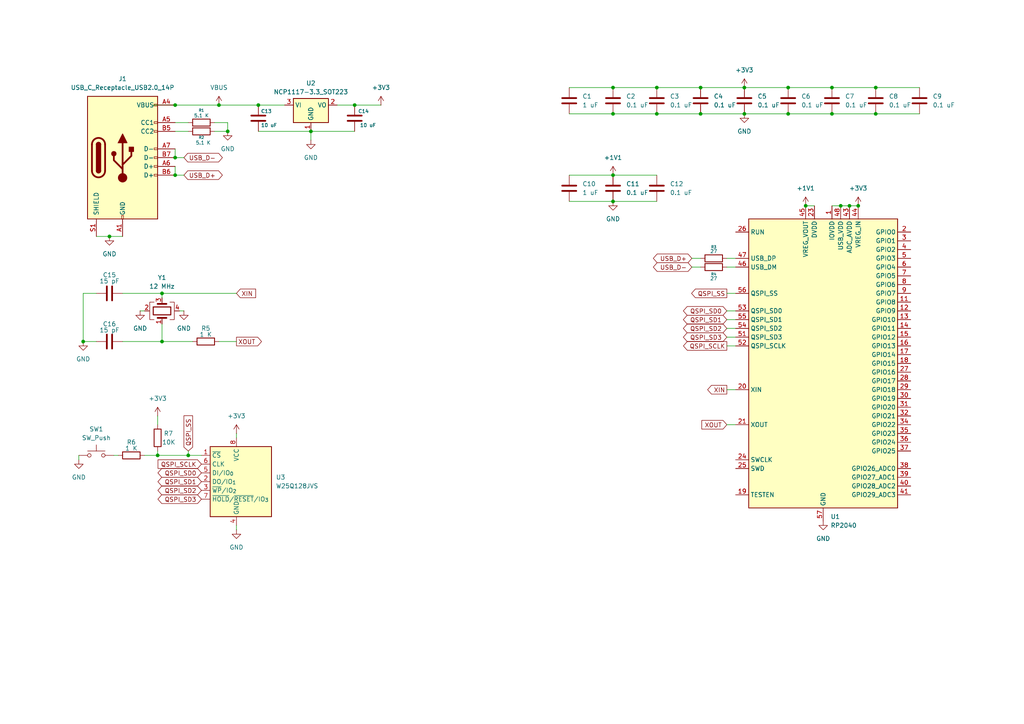
<source format=kicad_sch>
(kicad_sch (version 20250114) (generator "eeschema") (generator_version "9.0")
  (paper "A4")
  (lib_symbols
    (symbol "Connector:USB_C_Receptacle_USB2.0_14P" (pin_names (offset 1.016))
      (property "Reference" "J" (at 0 22.225 0))
      (property "Value" "USB_C_Receptacle_USB2.0_14P" (at 0 19.685 0))
      (symbol "USB_C_Receptacle_USB2.0_14P_0_0"
        (rectangle (start -0.254 -17.78) (end 0.254 -16.764))
        (rectangle (start 10.16 15.494) (end 9.144 14.986))
        (rectangle (start 10.16 10.414) (end 9.144 9.906))
        (rectangle (start 10.16 7.874) (end 9.144 7.366))
        (rectangle (start 10.16 2.794) (end 9.144 2.286))
        (rectangle (start 10.16 0.254) (end 9.144 -0.254))
        (rectangle (start 10.16 -2.286) (end 9.144 -2.794))
        (rectangle (start 10.16 -4.826) (end 9.144 -5.334))
      )
      (symbol "USB_C_Receptacle_USB2.0_14P_0_1"
        (rectangle (start -10.16 17.78) (end 10.16 -17.78) (stroke (width 0.254)) (fill (type background)))
        (polyline (pts (xy -8.89 -3.81) (xy -8.89 3.81)) (stroke (width 0.508)))
        (rectangle (start -7.62 -3.81) (end -6.35 3.81) (stroke (width 0.254)) (fill (type outline)))
        (arc (start -7.62 3.81) (mid -6.985 4.4423) (end -6.35 3.81) (stroke (width 0.254)))
        (arc (start -7.62 3.81) (mid -6.985 4.4423) (end -6.35 3.81) (stroke (width 0.254)) (fill (type outline)))
        (arc (start -8.89 3.81) (mid -6.985 5.7067) (end -5.08 3.81) (stroke (width 0.508)))
        (arc (start -5.08 -3.81) (mid -6.985 -5.7067) (end -8.89 -3.81) (stroke (width 0.508)))
        (arc (start -6.35 -3.81) (mid -6.985 -4.4423) (end -7.62 -3.81) (stroke (width 0.254)))
        (arc (start -6.35 -3.81) (mid -6.985 -4.4423) (end -7.62 -3.81) (stroke (width 0.254)) (fill (type outline)))
        (polyline (pts (xy -5.08 3.81) (xy -5.08 -3.81)) (stroke (width 0.508)))
        (circle (center -2.54 1.143) (radius 0.635) (stroke (width 0.254)) (fill (type outline)))
        (polyline (pts (xy -1.27 4.318) (xy 0 6.858) (xy 1.27 4.318) (xy -1.27 4.318)) (stroke (width 0.254)) (fill (type outline)))
        (polyline (pts (xy 0 -2.032) (xy 2.54 0.508) (xy 2.54 1.778)) (stroke (width 0.508)))
        (polyline (pts (xy 0 -3.302) (xy -2.54 -0.762) (xy -2.54 0.508)) (stroke (width 0.508)))
        (polyline (pts (xy 0 -5.842) (xy 0 4.318)) (stroke (width 0.508)))
        (circle (center 0 -5.842) (radius 1.27) (fill (type outline)))
        (rectangle (start 1.905 1.778) (end 3.175 3.048) (stroke (width 0.254)) (fill (type outline)))
      )
      (symbol "USB_C_Receptacle_USB2.0_14P_1_1"
        (pin passive line (at -7.62 -22.86 90) (length 5.08) (name "SHIELD") (number "S1"))
        (pin passive line (at 0 -22.86 90) (length 5.08) (name "GND") (number "A1"))
        (pin passive line (at 0 -22.86 90) (length 5.08) (hide yes) (name "GND") (number "A12"))
        (pin passive line (at 0 -22.86 90) (length 5.08) (hide yes) (name "GND") (number "B1"))
        (pin passive line (at 0 -22.86 90) (length 5.08) (hide yes) (name "GND") (number "B12"))
        (pin passive line (at 15.24 15.24 180) (length 5.08) (name "VBUS") (number "A4"))
        (pin passive line (at 15.24 15.24 180) (length 5.08) (hide yes) (name "VBUS") (number "A9"))
        (pin passive line (at 15.24 15.24 180) (length 5.08) (hide yes) (name "VBUS") (number "B4"))
        (pin passive line (at 15.24 15.24 180) (length 5.08) (hide yes) (name "VBUS") (number "B9"))
        (pin bidirectional line (at 15.24 10.16 180) (length 5.08) (name "CC1") (number "A5"))
        (pin bidirectional line (at 15.24 7.62 180) (length 5.08) (name "CC2") (number "B5"))
        (pin bidirectional line (at 15.24 2.54 180) (length 5.08) (name "D-") (number "A7"))
        (pin bidirectional line (at 15.24 0 180) (length 5.08) (name "D-") (number "B7"))
        (pin bidirectional line (at 15.24 -2.54 180) (length 5.08) (name "D+") (number "A6"))
        (pin bidirectional line (at 15.24 -5.08 180) (length 5.08) (name "D+") (number "B6"))
      )
    )
    (symbol "Device:C" (pin_numbers (hide yes)) (pin_names (offset 0.254))
      (property "Reference" "C" (at 0.635 2.54 0))
      (property "Value" "C" (at 0.635 -2.54 0))
      (symbol "C_0_1"
        (polyline (pts (xy -2.032 0.762) (xy 2.032 0.762)) (stroke (width 0.508)))
        (polyline (pts (xy -2.032 -0.762) (xy 2.032 -0.762)) (stroke (width 0.508)))
      )
      (symbol "C_1_1"
        (pin passive line (at 0 3.81 270) (length 2.794) (name "~") (number "1"))
        (pin passive line (at 0 -3.81 90) (length 2.794) (name "~") (number "2"))
      )
    )
    (symbol "Device:Crystal_GND24" (pin_names (offset 1.016) (hide yes))
      (property "Reference" "Y" (at 3.175 5.08 0))
      (property "Value" "Crystal_GND24" (at 3.175 3.175 0))
      (symbol "Crystal_GND24_0_1"
        (polyline (pts (xy -2.54 2.286) (xy -2.54 3.556) (xy 2.54 3.556) (xy 2.54 2.286)))
        (polyline (pts (xy -2.54 0) (xy -2.032 0)))
        (polyline (pts (xy -2.54 -2.286) (xy -2.54 -3.556) (xy 2.54 -3.556) (xy 2.54 -2.286)))
        (polyline (pts (xy -2.032 -1.27) (xy -2.032 1.27)) (stroke (width 0.508)))
        (rectangle (start -1.143 2.54) (end 1.143 -2.54) (stroke (width 0.3048)))
        (polyline (pts (xy 0 3.556) (xy 0 3.81)))
        (polyline (pts (xy 0 -3.81) (xy 0 -3.556)))
        (polyline (pts (xy 2.032 0) (xy 2.54 0)))
        (polyline (pts (xy 2.032 -1.27) (xy 2.032 1.27)) (stroke (width 0.508)))
      )
      (symbol "Crystal_GND24_1_1"
        (pin passive line (at -3.81 0 0) (length 1.27) (name "1") (number "1"))
        (pin passive line (at 0 5.08 270) (length 1.27) (name "2") (number "2"))
        (pin passive line (at 0 -5.08 90) (length 1.27) (name "4") (number "4"))
        (pin passive line (at 3.81 0 180) (length 1.27) (name "3") (number "3"))
      )
    )
    (symbol "Device:R" (pin_numbers (hide yes)) (pin_names (offset 0))
      (property "Reference" "R" (at 2.032 0 90))
      (property "Value" "R" (at 0 0 90))
      (symbol "R_0_1"
        (rectangle (start -1.016 -2.54) (end 1.016 2.54) (stroke (width 0.254)))
      )
      (symbol "R_1_1"
        (pin passive line (at 0 3.81 270) (length 1.27) (name "~") (number "1"))
        (pin passive line (at 0 -3.81 90) (length 1.27) (name "~") (number "2"))
      )
    )
    (symbol "MCU_RaspberryPi:RP2040"
      (property "Reference" "U" (at 17.78 45.72 0))
      (property "Value" "RP2040" (at 17.78 43.18 0))
      (symbol "RP2040_0_1"
        (rectangle (start -21.59 41.91) (end 21.59 -41.91) (stroke (width 0.254)) (fill (type background)))
      )
      (symbol "RP2040_1_1"
        (pin input line (at -25.4 38.1 0) (length 3.81) (name "RUN") (number "26"))
        (pin bidirectional line (at -25.4 30.48 0) (length 3.81) (name "USB_DP") (number "47"))
        (pin bidirectional line (at -25.4 27.94 0) (length 3.81) (name "USB_DM") (number "46"))
        (pin bidirectional line (at -25.4 20.32 0) (length 3.81) (name "QSPI_SS") (number "56"))
        (pin bidirectional line (at -25.4 15.24 0) (length 3.81) (name "QSPI_SD0") (number "53"))
        (pin bidirectional line (at -25.4 12.7 0) (length 3.81) (name "QSPI_SD1") (number "55"))
        (pin bidirectional line (at -25.4 10.16 0) (length 3.81) (name "QSPI_SD2") (number "54"))
        (pin bidirectional line (at -25.4 7.62 0) (length 3.81) (name "QSPI_SD3") (number "51"))
        (pin output line (at -25.4 5.08 0) (length 3.81) (name "QSPI_SCLK") (number "52"))
        (pin input line (at -25.4 -7.62 0) (length 3.81) (name "XIN") (number "20"))
        (pin passive line (at -25.4 -17.78 0) (length 3.81) (name "XOUT") (number "21"))
        (pin input line (at -25.4 -27.94 0) (length 3.81) (name "SWCLK") (number "24"))
        (pin bidirectional line (at -25.4 -30.48 0) (length 3.81) (name "SWD") (number "25"))
        (pin input line (at -25.4 -38.1 0) (length 3.81) (name "TESTEN") (number "19"))
        (pin power_out line (at -5.08 45.72 270) (length 3.81) (name "VREG_VOUT") (number "45"))
        (pin power_in line (at -2.54 45.72 270) (length 3.81) (name "DVDD") (number "23"))
        (pin passive line (at -2.54 45.72 270) (length 3.81) (hide yes) (name "DVDD") (number "50"))
        (pin power_in line (at 0 -45.72 90) (length 3.81) (name "GND") (number "57"))
        (pin power_in line (at 2.54 45.72 270) (length 3.81) (name "IOVDD") (number "1"))
        (pin passive line (at 2.54 45.72 270) (length 3.81) (hide yes) (name "IOVDD") (number "10"))
        (pin passive line (at 2.54 45.72 270) (length 3.81) (hide yes) (name "IOVDD") (number "22"))
        (pin passive line (at 2.54 45.72 270) (length 3.81) (hide yes) (name "IOVDD") (number "33"))
        (pin passive line (at 2.54 45.72 270) (length 3.81) (hide yes) (name "IOVDD") (number "42"))
        (pin passive line (at 2.54 45.72 270) (length 3.81) (hide yes) (name "IOVDD") (number "49"))
        (pin power_in line (at 5.08 45.72 270) (length 3.81) (name "USB_VDD") (number "48"))
        (pin power_in line (at 7.62 45.72 270) (length 3.81) (name "ADC_AVDD") (number "43"))
        (pin power_in line (at 10.16 45.72 270) (length 3.81) (name "VREG_IN") (number "44"))
        (pin bidirectional line (at 25.4 38.1 180) (length 3.81) (name "GPIO0") (number "2"))
        (pin bidirectional line (at 25.4 35.56 180) (length 3.81) (name "GPIO1") (number "3"))
        (pin bidirectional line (at 25.4 33.02 180) (length 3.81) (name "GPIO2") (number "4"))
        (pin bidirectional line (at 25.4 30.48 180) (length 3.81) (name "GPIO3") (number "5"))
        (pin bidirectional line (at 25.4 27.94 180) (length 3.81) (name "GPIO4") (number "6"))
        (pin bidirectional line (at 25.4 25.4 180) (length 3.81) (name "GPIO5") (number "7"))
        (pin bidirectional line (at 25.4 22.86 180) (length 3.81) (name "GPIO6") (number "8"))
        (pin bidirectional line (at 25.4 20.32 180) (length 3.81) (name "GPIO7") (number "9"))
        (pin bidirectional line (at 25.4 17.78 180) (length 3.81) (name "GPIO8") (number "11"))
        (pin bidirectional line (at 25.4 15.24 180) (length 3.81) (name "GPIO9") (number "12"))
        (pin bidirectional line (at 25.4 12.7 180) (length 3.81) (name "GPIO10") (number "13"))
        (pin bidirectional line (at 25.4 10.16 180) (length 3.81) (name "GPIO11") (number "14"))
        (pin bidirectional line (at 25.4 7.62 180) (length 3.81) (name "GPIO12") (number "15"))
        (pin bidirectional line (at 25.4 5.08 180) (length 3.81) (name "GPIO13") (number "16"))
        (pin bidirectional line (at 25.4 2.54 180) (length 3.81) (name "GPIO14") (number "17"))
        (pin bidirectional line (at 25.4 0 180) (length 3.81) (name "GPIO15") (number "18"))
        (pin bidirectional line (at 25.4 -2.54 180) (length 3.81) (name "GPIO16") (number "27"))
        (pin bidirectional line (at 25.4 -5.08 180) (length 3.81) (name "GPIO17") (number "28"))
        (pin bidirectional line (at 25.4 -7.62 180) (length 3.81) (name "GPIO18") (number "29"))
        (pin bidirectional line (at 25.4 -10.16 180) (length 3.81) (name "GPIO19") (number "30"))
        (pin bidirectional line (at 25.4 -12.7 180) (length 3.81) (name "GPIO20") (number "31"))
        (pin bidirectional line (at 25.4 -15.24 180) (length 3.81) (name "GPIO21") (number "32"))
        (pin bidirectional line (at 25.4 -17.78 180) (length 3.81) (name "GPIO22") (number "34"))
        (pin bidirectional line (at 25.4 -20.32 180) (length 3.81) (name "GPIO23") (number "35"))
        (pin bidirectional line (at 25.4 -22.86 180) (length 3.81) (name "GPIO24") (number "36"))
        (pin bidirectional line (at 25.4 -25.4 180) (length 3.81) (name "GPIO25") (number "37"))
        (pin bidirectional line (at 25.4 -30.48 180) (length 3.81) (name "GPIO26_ADC0") (number "38"))
        (pin bidirectional line (at 25.4 -33.02 180) (length 3.81) (name "GPIO27_ADC1") (number "39"))
        (pin bidirectional line (at 25.4 -35.56 180) (length 3.81) (name "GPIO28_ADC2") (number "40"))
        (pin bidirectional line (at 25.4 -38.1 180) (length 3.81) (name "GPIO29_ADC3") (number "41"))
      )
    )
    (symbol "Memory_Flash:W25Q128JVS"
      (property "Reference" "U" (at -6.35 11.43 0))
      (property "Value" "W25Q128JVS" (at 7.62 11.43 0))
      (symbol "W25Q128JVS_0_1"
        (rectangle (start -7.62 10.16) (end 10.16 -10.16) (stroke (width 0.254)) (fill (type background)))
      )
      (symbol "W25Q128JVS_1_1"
        (pin input line (at -10.16 7.62 0) (length 2.54) (name "~{CS}") (number "1"))
        (pin input line (at -10.16 5.08 0) (length 2.54) (name "CLK") (number "6"))
        (pin bidirectional line (at -10.16 2.54 0) (length 2.54) (name "DI/IO_{0}") (number "5"))
        (pin bidirectional line (at -10.16 0 0) (length 2.54) (name "DO/IO_{1}") (number "2"))
        (pin bidirectional line (at -10.16 -2.54 0) (length 2.54) (name "~{WP}/IO_{2}") (number "3"))
        (pin bidirectional line (at -10.16 -5.08 0) (length 2.54) (name "~{HOLD}/~{RESET}/IO_{3}") (number "7"))
        (pin power_in line (at 0 12.7 270) (length 2.54) (name "VCC") (number "8"))
        (pin power_in line (at 0 -12.7 90) (length 2.54) (name "GND") (number "4"))
      )
    )
    (symbol "Regulator_Linear:NCP1117-3.3_SOT223"
      (property "Reference" "U" (at -3.81 3.175 0))
      (property "Value" "NCP1117-3.3_SOT223" (at 0 3.175 0))
      (symbol "NCP1117-3.3_SOT223_0_1"
        (rectangle (start -5.08 -5.08) (end 5.08 1.905) (stroke (width 0.254)) (fill (type background)))
      )
      (symbol "NCP1117-3.3_SOT223_1_1"
        (pin power_in line (at -7.62 0 0) (length 2.54) (name "VI") (number "3"))
        (pin power_in line (at 0 -7.62 90) (length 2.54) (name "GND") (number "1"))
        (pin power_out line (at 7.62 0 180) (length 2.54) (name "VO") (number "2"))
      )
    )
    (symbol "Switch:SW_Push" (pin_numbers (hide yes)) (pin_names (offset 1.016) (hide yes))
      (property "Reference" "SW" (at 1.27 2.54 0))
      (property "Value" "SW_Push" (at 0 -1.524 0))
      (symbol "SW_Push_0_1"
        (circle (center -2.032 0) (radius 0.508))
        (polyline (pts (xy 0 1.27) (xy 0 3.048)))
        (circle (center 2.032 0) (radius 0.508))
        (polyline (pts (xy 2.54 1.27) (xy -2.54 1.27)))
        (pin passive line (at -5.08 0 0) (length 2.54) (name "1") (number "1"))
        (pin passive line (at 5.08 0 180) (length 2.54) (name "2") (number "2"))
      )
    )
    (symbol "power:+1V1" (power) (pin_numbers (hide yes)) (pin_names (offset 0) (hide yes))
      (property "Value" "+1V1" (at 0 3.556 0))
      (symbol "+1V1_0_1"
        (polyline (pts (xy -0.762 1.27) (xy 0 2.54)))
        (polyline (pts (xy 0 2.54) (xy 0.762 1.27)))
        (polyline (pts (xy 0 0) (xy 0 2.54)))
      )
      (symbol "+1V1_1_1"
        (pin power_in line (at 0 0 90) (length 0) (name "~") (number "1"))
      )
    )
    (symbol "power:+3V3" (power) (pin_numbers (hide yes)) (pin_names (offset 0) (hide yes))
      (property "Value" "+3V3" (at 0 3.556 0))
      (symbol "+3V3_0_1"
        (polyline (pts (xy -0.762 1.27) (xy 0 2.54)))
        (polyline (pts (xy 0 2.54) (xy 0.762 1.27)))
        (polyline (pts (xy 0 0) (xy 0 2.54)))
      )
      (symbol "+3V3_1_1"
        (pin power_in line (at 0 0 90) (length 0) (name "~") (number "1"))
      )
    )
    (symbol "power:GND" (power) (pin_numbers (hide yes)) (pin_names (offset 0) (hide yes))
      (property "Value" "GND" (at 0 -3.81 0))
      (symbol "GND_0_1"
        (polyline (pts (xy 0 0) (xy 0 -1.27) (xy 1.27 -1.27) (xy 0 -2.54) (xy -1.27 -1.27) (xy 0 -1.27)))
      )
      (symbol "GND_1_1"
        (pin power_in line (at 0 0 270) (length 0) (name "~") (number "1"))
      )
    )
    (symbol "power:VBUS" (power) (pin_numbers (hide yes)) (pin_names (offset 0) (hide yes))
      (property "Value" "VBUS" (at 0 3.556 0))
      (symbol "VBUS_0_1"
        (polyline (pts (xy -0.762 1.27) (xy 0 2.54)))
        (polyline (pts (xy 0 2.54) (xy 0.762 1.27)))
        (polyline (pts (xy 0 0) (xy 0 2.54)))
      )
      (symbol "VBUS_1_1"
        (pin power_in line (at 0 0 90) (length 0) (name "~") (number "1"))
      )
    )
  )
  (junction (at 241.3 25.4))
  (junction (at 177.8 50.8))
  (junction (at 177.8 58.42))
  (junction (at 31.75 68.58))
  (junction (at 54.61 132.08))
  (junction (at 177.8 25.4))
  (junction (at 246.38 59.69))
  (junction (at 24.13 99.06))
  (junction (at 45.72 132.08))
  (junction (at 177.8 33.02))
  (junction (at 203.2 25.4))
  (junction (at 233.68 59.69))
  (junction (at 50.8 45.72))
  (junction (at 215.9 25.4))
  (junction (at 102.87 30.48))
  (junction (at 254 33.02))
  (junction (at 46.99 99.06))
  (junction (at 241.3 33.02))
  (junction (at 228.6 33.02))
  (junction (at 66.04 38.1))
  (junction (at 74.93 30.48))
  (junction (at 254 25.4))
  (junction (at 50.8 50.8))
  (junction (at 190.5 25.4))
  (junction (at 50.8 30.48))
  (junction (at 190.5 33.02))
  (junction (at 203.2 33.02))
  (junction (at 248.92 59.69))
  (junction (at 243.84 59.69))
  (junction (at 215.9 33.02))
  (junction (at 90.17 38.1))
  (junction (at 63.5 30.48))
  (junction (at 46.99 85.09))
  (junction (at 228.6 25.4))
  (wire (pts (xy 210.82 85.09) (xy 213.36 85.09)))
  (wire (pts (xy 35.56 99.06) (xy 46.99 99.06)))
  (wire (pts (xy 50.8 35.56) (xy 54.61 35.56)))
  (wire (pts (xy 46.99 99.06) (xy 55.88 99.06)))
  (wire (pts (xy 90.17 38.1) (xy 102.87 38.1)))
  (wire (pts (xy 210.82 123.19) (xy 213.36 123.19)))
  (wire (pts (xy 50.8 45.72) (xy 53.34 45.72)))
  (wire (pts (xy 215.9 33.02) (xy 228.6 33.02)))
  (wire (pts (xy 54.61 130.81) (xy 54.61 132.08)))
  (wire (pts (xy 52.07 90.17) (xy 53.34 90.17)))
  (wire (pts (xy 31.75 68.58) (xy 35.56 68.58)))
  (wire (pts (xy 102.87 30.48) (xy 110.49 30.48)))
  (wire (pts (xy 228.6 25.4) (xy 241.3 25.4)))
  (wire (pts (xy 45.72 120.65) (xy 45.72 123.19)))
  (wire (pts (xy 210.82 74.93) (xy 213.36 74.93)))
  (wire (pts (xy 241.3 33.02) (xy 254 33.02)))
  (wire (pts (xy 203.2 25.4) (xy 215.9 25.4)))
  (wire (pts (xy 68.58 125.73) (xy 68.58 127)))
  (wire (pts (xy 241.3 25.4) (xy 254 25.4)))
  (wire (pts (xy 68.58 152.4) (xy 68.58 153.67)))
  (wire (pts (xy 50.8 30.48) (xy 63.5 30.48)))
  (wire (pts (xy 177.8 33.02) (xy 190.5 33.02)))
  (wire (pts (xy 50.8 50.8) (xy 53.34 50.8)))
  (wire (pts (xy 45.72 130.81) (xy 45.72 132.08)))
  (wire (pts (xy 165.1 33.02) (xy 177.8 33.02)))
  (wire (pts (xy 33.02 132.08) (xy 34.29 132.08)))
  (wire (pts (xy 74.93 38.1) (xy 90.17 38.1)))
  (wire (pts (xy 66.04 35.56) (xy 66.04 38.1)))
  (wire (pts (xy 210.82 90.17) (xy 213.36 90.17)))
  (wire (pts (xy 210.82 92.71) (xy 213.36 92.71)))
  (wire (pts (xy 210.82 100.33) (xy 213.36 100.33)))
  (wire (pts (xy 200.66 74.93) (xy 203.2 74.93)))
  (wire (pts (xy 46.99 85.09) (xy 68.58 85.09)))
  (wire (pts (xy 24.13 99.06) (xy 27.94 99.06)))
  (wire (pts (xy 22.86 132.08) (xy 22.86 133.35)))
  (wire (pts (xy 63.5 99.06) (xy 68.58 99.06)))
  (wire (pts (xy 62.23 38.1) (xy 66.04 38.1)))
  (wire (pts (xy 241.3 59.69) (xy 243.84 59.69)))
  (wire (pts (xy 210.82 77.47) (xy 213.36 77.47)))
  (wire (pts (xy 165.1 25.4) (xy 177.8 25.4)))
  (wire (pts (xy 44.45 30.48) (xy 50.8 30.48)))
  (wire (pts (xy 233.68 59.69) (xy 236.22 59.69)))
  (wire (pts (xy 50.8 38.1) (xy 54.61 38.1)))
  (wire (pts (xy 203.2 33.02) (xy 215.9 33.02)))
  (wire (pts (xy 50.8 48.26) (xy 50.8 50.8)))
  (wire (pts (xy 190.5 33.02) (xy 203.2 33.02)))
  (wire (pts (xy 177.8 25.4) (xy 190.5 25.4)))
  (wire (pts (xy 35.56 85.09) (xy 46.99 85.09)))
  (wire (pts (xy 165.1 58.42) (xy 177.8 58.42)))
  (wire (pts (xy 27.94 68.58) (xy 31.75 68.58)))
  (wire (pts (xy 50.8 43.18) (xy 50.8 45.72)))
  (wire (pts (xy 210.82 97.79) (xy 213.36 97.79)))
  (wire (pts (xy 243.84 59.69) (xy 246.38 59.69)))
  (wire (pts (xy 246.38 59.69) (xy 248.92 59.69)))
  (wire (pts (xy 58.42 132.08) (xy 54.61 132.08)))
  (wire (pts (xy 45.72 132.08) (xy 54.61 132.08)))
  (wire (pts (xy 200.66 77.47) (xy 203.2 77.47)))
  (wire (pts (xy 27.94 85.09) (xy 24.13 85.09)))
  (wire (pts (xy 24.13 85.09) (xy 24.13 99.06)))
  (wire (pts (xy 90.17 40.64) (xy 90.17 38.1)))
  (wire (pts (xy 46.99 85.09) (xy 46.99 86.36)))
  (wire (pts (xy 177.8 50.8) (xy 190.5 50.8)))
  (wire (pts (xy 210.82 95.25) (xy 213.36 95.25)))
  (wire (pts (xy 74.93 30.48) (xy 82.55 30.48)))
  (wire (pts (xy 40.64 90.17) (xy 41.91 90.17)))
  (wire (pts (xy 254 33.02) (xy 266.7 33.02)))
  (wire (pts (xy 190.5 25.4) (xy 203.2 25.4)))
  (wire (pts (xy 165.1 50.8) (xy 177.8 50.8)))
  (wire (pts (xy 210.82 113.03) (xy 213.36 113.03)))
  (wire (pts (xy 41.91 132.08) (xy 45.72 132.08)))
  (wire (pts (xy 254 25.4) (xy 266.7 25.4)))
  (wire (pts (xy 46.99 93.98) (xy 46.99 99.06)))
  (wire (pts (xy 62.23 35.56) (xy 66.04 35.56)))
  (wire (pts (xy 215.9 25.4) (xy 228.6 25.4)))
  (wire (pts (xy 177.8 58.42) (xy 190.5 58.42)))
  (wire (pts (xy 63.5 30.48) (xy 74.93 30.48)))
  (wire (pts (xy 97.79 30.48) (xy 102.87 30.48)))
  (wire (pts (xy 228.6 33.02) (xy 241.3 33.02)))
  (global_label "QSPI_SD3" (shape bidirectional) (at 58.42 144.78 180) (property "Intersheetrefs" "${INTERSHEET_REFS}" (effects (hide yes))))
  (global_label "QSPI_SD0" (shape bidirectional) (at 58.42 137.16 180) (property "Intersheetrefs" "${INTERSHEET_REFS}" (effects (hide yes))))
  (global_label "XOUT" (shape output) (at 68.58 99.06 0) (property "Intersheetrefs" "${INTERSHEET_REFS}" (effects (hide yes))))
  (global_label "XIN" (shape output) (at 210.82 113.03 180) (property "Intersheetrefs" "${INTERSHEET_REFS}" (effects (hide yes))))
  (global_label "QSPI_SD0" (shape bidirectional) (at 210.82 90.17 180) (property "Intersheetrefs" "${INTERSHEET_REFS}" (effects (hide yes))))
  (global_label "XOUT" (shape input) (at 210.82 123.19 180) (property "Intersheetrefs" "${INTERSHEET_REFS}" (effects (hide yes))))
  (global_label "XIN" (shape input) (at 68.58 85.09 0) (property "Intersheetrefs" "${INTERSHEET_REFS}" (effects (hide yes))))
  (global_label "USB_D-" (shape bidirectional) (at 200.66 77.47 180) (property "Intersheetrefs" "${INTERSHEET_REFS}" (effects (hide yes))))
  (global_label "QSPI_SS" (shape input) (at 54.61 130.81 90) (property "Intersheetrefs" "${INTERSHEET_REFS}" (effects (hide yes))))
  (global_label "USB_D-" (shape bidirectional) (at 53.34 45.72 0) (property "Intersheetrefs" "${INTERSHEET_REFS}" (effects (hide yes))))
  (global_label "QSPI_SD3" (shape bidirectional) (at 210.82 97.79 180) (property "Intersheetrefs" "${INTERSHEET_REFS}" (effects (hide yes))))
  (global_label "USB_D+" (shape bidirectional) (at 53.34 50.8 0) (property "Intersheetrefs" "${INTERSHEET_REFS}" (effects (hide yes))))
  (global_label "QSPI_SS" (shape output) (at 210.82 85.09 180) (property "Intersheetrefs" "${INTERSHEET_REFS}" (effects (hide yes))))
  (global_label "QSPI_SCLK" (shape input) (at 58.42 134.62 180) (property "Intersheetrefs" "${INTERSHEET_REFS}" (effects (hide yes))))
  (global_label "QSPI_SD2" (shape bidirectional) (at 58.42 142.24 180) (property "Intersheetrefs" "${INTERSHEET_REFS}" (effects (hide yes))))
  (global_label "QSPI_SCLK" (shape output) (at 210.82 100.33 180) (property "Intersheetrefs" "${INTERSHEET_REFS}" (effects (hide yes))))
  (global_label "USB_D+" (shape bidirectional) (at 200.66 74.93 180) (property "Intersheetrefs" "${INTERSHEET_REFS}" (effects (hide yes))))
  (global_label "QSPI_SD1" (shape bidirectional) (at 58.42 139.7 180) (property "Intersheetrefs" "${INTERSHEET_REFS}" (effects (hide yes))))
  (global_label "QSPI_SD1" (shape bidirectional) (at 210.82 92.71 180) (property "Intersheetrefs" "${INTERSHEET_REFS}" (effects (hide yes))))
  (global_label "QSPI_SD2" (shape bidirectional) (at 210.82 95.25 180) (property "Intersheetrefs" "${INTERSHEET_REFS}" (effects (hide yes))))
  (symbol (lib_id "power:GND") (at 66.04 38.1 0) (unit 1)
    (property "Reference" "#PWR09" (effects (hide yes)))
    (property "Value" "GND" (at 66.04 43.18 0))
    (property "Description" "Power symbol creates a global label with name \"GND\" , ground" (effects (hide yes)))
  )
  (symbol (lib_id "Device:R") (at 58.42 35.56 90) (unit 1)
    (property "Reference" "R1" (at 58.42 32.004 90) (effects (font (size 0.762 0.762))))
    (property "Value" "5.1 K" (at 58.42 33.528 90) (effects (font (size 1.016 1.016))))
    (property "Description" "Resistor" (effects (hide yes)))
  )
  (symbol (lib_id "Device:C") (at 266.7 29.21 0) (unit 1)
    (property "Reference" "C9" (at 270.51 27.9399 0) (effects (justify left)))
    (property "Value" "0.1 uF" (at 270.51 30.4799 0) (effects (justify left)))
    (property "Description" "Unpolarized capacitor" (effects (hide yes)))
  )
  (symbol (lib_id "Device:C") (at 165.1 54.61 0) (unit 1)
    (property "Reference" "C10" (at 168.91 53.3399 0) (effects (justify left)))
    (property "Value" "1 uF" (at 168.91 55.8799 0) (effects (justify left)))
    (property "Description" "Unpolarized capacitor" (effects (hide yes)))
  )
  (symbol (lib_id "power:GND") (at 90.17 40.64 0) (unit 1)
    (property "Reference" "#PWR010" (effects (hide yes)))
    (property "Value" "GND" (at 90.17 45.72 0))
    (property "Description" "Power symbol creates a global label with name \"GND\" , ground" (effects (hide yes)))
  )
  (symbol (lib_id "power:+3V3") (at 215.9 25.4 0) (unit 1)
    (property "Reference" "#PWR03" (effects (hide yes)))
    (property "Value" "+3V3" (at 215.9 20.32 0))
    (property "Description" "Power symbol creates a global label with name \"+3V3\"" (effects (hide yes)))
  )
  (symbol (lib_id "power:+3V3") (at 68.58 125.73 0) (unit 1)
    (property "Reference" "#PWR016" (effects (hide yes)))
    (property "Value" "+3V3" (at 68.58 120.65 0))
    (property "Description" "Power symbol creates a global label with name \"+3V3\"" (effects (hide yes)))
  )
  (symbol (lib_id "Device:C") (at 203.2 29.21 0) (unit 1)
    (property "Reference" "C4" (at 207.01 27.9399 0) (effects (justify left)))
    (property "Value" "0.1 uF" (at 207.01 30.4799 0) (effects (justify left)))
    (property "Description" "Unpolarized capacitor" (effects (hide yes)))
  )
  (symbol (lib_id "Device:C") (at 177.8 29.21 0) (unit 1)
    (property "Reference" "C2" (at 181.61 27.9399 0) (effects (justify left)))
    (property "Value" "0.1 uF" (at 181.61 30.4799 0) (effects (justify left)))
    (property "Description" "Unpolarized capacitor" (effects (hide yes)))
  )
  (symbol (lib_id "Device:C") (at 31.75 85.09 90) (unit 1)
    (property "Reference" "C15" (at 31.75 79.756 90))
    (property "Value" "15 pF" (at 31.75 81.534 90))
    (property "Description" "Unpolarized capacitor" (effects (hide yes)))
  )
  (symbol (lib_id "Connector:USB_C_Receptacle_USB2.0_14P") (at 35.56 45.72 0) (unit 1)
    (property "Reference" "J1" (at 35.56 22.86 0))
    (property "Value" "USB_C_Receptacle_USB2.0_14P" (at 35.56 25.4 0))
    (property "Datasheet" "https://www.usb.org/sites/default/files/documents/usb_type-c.zip" (effects (hide yes)))
    (property "Description" "USB 2.0-only 14P Type-C Receptacle connector" (effects (hide yes)))
  )
  (symbol (lib_id "power:VBUS") (at 63.5 30.48 0) (unit 1)
    (property "Reference" "#PWR011" (effects (hide yes)))
    (property "Value" "VBUS" (at 63.5 25.4 0))
    (property "Description" "Power symbol creates a global label with name \"VBUS\"" (effects (hide yes)))
  )
  (symbol (lib_id "Device:Crystal_GND24") (at 46.99 90.17 90) (unit 1)
    (property "Reference" "Y1" (at 46.99 80.518 90))
    (property "Value" "12 MHz" (at 46.99 83.058 90))
    (property "Description" "Four pin crystal, GND on pins 2 and 4" (effects (hide yes)))
  )
  (symbol (lib_id "power:+3V3") (at 45.72 120.65 0) (unit 1)
    (property "Reference" "#PWR019" (effects (hide yes)))
    (property "Value" "+3V3" (at 45.72 115.57 0))
    (property "Description" "Power symbol creates a global label with name \"+3V3\"" (effects (hide yes)))
  )
  (symbol (lib_id "power:GND") (at 24.13 99.06 0) (unit 1)
    (property "Reference" "#PWR015" (effects (hide yes)))
    (property "Value" "GND" (at 24.13 104.14 0))
    (property "Description" "Power symbol creates a global label with name \"GND\" , ground" (effects (hide yes)))
  )
  (symbol (lib_id "Device:R") (at 45.72 127 0) (unit 1)
    (property "Reference" "R7" (at 47.498 125.73 0) (effects (justify left)))
    (property "Value" "10K" (at 46.99 128.27 0) (effects (justify left)))
    (property "Description" "Resistor" (effects (hide yes)))
  )
  (symbol (lib_id "power:GND") (at 53.34 90.17 0) (unit 1)
    (property "Reference" "#PWR013" (effects (hide yes)))
    (property "Value" "GND" (at 53.34 95.25 0))
    (property "Description" "Power symbol creates a global label with name \"GND\" , ground" (effects (hide yes)))
  )
  (symbol (lib_id "power:+3V3") (at 110.49 30.48 0) (unit 1)
    (property "Reference" "#PWR012" (effects (hide yes)))
    (property "Value" "+3V3" (at 110.49 25.4 0))
    (property "Description" "Power symbol creates a global label with name \"+3V3\"" (effects (hide yes)))
  )
  (symbol (lib_id "Device:C") (at 165.1 29.21 0) (unit 1)
    (property "Reference" "C1" (at 168.91 27.9399 0) (effects (justify left)))
    (property "Value" "1 uF" (at 168.91 30.4799 0) (effects (justify left)))
    (property "Description" "Unpolarized capacitor" (effects (hide yes)))
  )
  (symbol (lib_id "Device:C") (at 190.5 29.21 0) (unit 1)
    (property "Reference" "C3" (at 194.31 27.9399 0) (effects (justify left)))
    (property "Value" "0.1 uF" (at 194.31 30.4799 0) (effects (justify left)))
    (property "Description" "Unpolarized capacitor" (effects (hide yes)))
  )
  (symbol (lib_id "Device:R") (at 38.1 132.08 90) (unit 1)
    (property "Reference" "R6" (at 38.1 128.27 90))
    (property "Value" "1 K" (at 38.1 130.048 90))
    (property "Description" "Resistor" (effects (hide yes)))
  )
  (symbol (lib_id "Regulator_Linear:NCP1117-3.3_SOT223") (at 90.17 30.48 0) (unit 1)
    (property "Reference" "U2" (at 90.17 24.13 0))
    (property "Value" "NCP1117-3.3_SOT223" (at 90.17 26.67 0))
    (property "Footprint" "Package_TO_SOT_SMD:SOT-223-3_TabPin2" (effects (hide yes)))
    (property "Datasheet" "http://www.onsemi.com/pub_link/Collateral/NCP1117-D.PDF" (effects (hide yes)))
    (property "Description" "1A Low drop-out regulator, Fixed Output 3.3V, SOT-223" (effects (hide yes)))
  )
  (symbol (lib_id "MCU_RaspberryPi:RP2040") (at 238.76 105.41 0) (unit 1)
    (property "Reference" "U1" (at 240.9033 149.86 0) (effects (justify left)))
    (property "Value" "RP2040" (at 240.9033 152.4 0) (effects (justify left)))
    (property "Footprint" "Package_DFN_QFN:QFN-56-1EP_7x7mm_P0.4mm_EP3.2x3.2mm" (effects (hide yes)))
    (property "Datasheet" "https://datasheets.raspberrypi.com/rp2040/rp2040-datasheet.pdf" (effects (hide yes)))
    (property "Description" "A microcontroller by Raspberry Pi" (effects (hide yes)))
  )
  (symbol (lib_id "Device:R") (at 207.01 74.93 90) (unit 1)
    (property "Reference" "R3" (at 207.01 71.628 90) (effects (font (size 0.762 0.762))))
    (property "Value" "27" (at 207.01 72.898 90) (effects (font (size 1.016 1.016))))
    (property "Description" "Resistor" (effects (hide yes)))
  )
  (symbol (lib_id "Device:R") (at 58.42 38.1 90) (unit 1)
    (property "Reference" "R2" (at 58.42 39.878 90) (effects (font (size 0.762 0.762))))
    (property "Value" "5.1 K" (at 58.928 41.402 90) (effects (font (size 1.016 1.016))))
    (property "Description" "Resistor" (effects (hide yes)))
  )
  (symbol (lib_id "Device:C") (at 254 29.21 0) (unit 1)
    (property "Reference" "C8" (at 257.81 27.9399 0) (effects (justify left)))
    (property "Value" "0.1 uF" (at 257.81 30.4799 0) (effects (justify left)))
    (property "Description" "Unpolarized capacitor" (effects (hide yes)))
  )
  (symbol (lib_id "power:GND") (at 177.8 58.42 0) (unit 1)
    (property "Reference" "#PWR05" (effects (hide yes)))
    (property "Value" "GND" (at 177.8 63.5 0))
    (property "Description" "Power symbol creates a global label with name \"GND\" , ground" (effects (hide yes)))
  )
  (symbol (lib_id "Switch:SW_Push") (at 27.94 132.08 0) (unit 1)
    (property "Reference" "SW1" (at 27.94 124.46 0))
    (property "Value" "SW_Push" (at 27.94 127 0))
    (property "Description" "Push button switch, generic, two pins" (effects (hide yes)))
  )
  (symbol (lib_id "Device:R") (at 59.69 99.06 90) (unit 1)
    (property "Reference" "R5" (at 59.69 95.25 90))
    (property "Value" "1 K" (at 59.69 97.028 90))
    (property "Description" "Resistor" (effects (hide yes)))
  )
  (symbol (lib_id "Device:C") (at 241.3 29.21 0) (unit 1)
    (property "Reference" "C7" (at 245.11 27.9399 0) (effects (justify left)))
    (property "Value" "0.1 uF" (at 245.11 30.4799 0) (effects (justify left)))
    (property "Description" "Unpolarized capacitor" (effects (hide yes)))
  )
  (symbol (lib_id "Device:C") (at 228.6 29.21 0) (unit 1)
    (property "Reference" "C6" (at 232.41 27.9399 0) (effects (justify left)))
    (property "Value" "0.1 uF" (at 232.41 30.4799 0) (effects (justify left)))
    (property "Description" "Unpolarized capacitor" (effects (hide yes)))
  )
  (symbol (lib_id "power:GND") (at 31.75 68.58 0) (unit 1)
    (property "Reference" "#PWR08" (effects (hide yes)))
    (property "Value" "GND" (at 31.75 73.66 0))
    (property "Description" "Power symbol creates a global label with name \"GND\" , ground" (effects (hide yes)))
  )
  (symbol (lib_id "power:+1V1") (at 177.8 50.8 0) (unit 1)
    (property "Reference" "#PWR06" (effects (hide yes)))
    (property "Value" "+1V1" (at 177.8 45.72 0))
    (property "Description" "Power symbol creates a global label with name \"+1V1\"" (effects (hide yes)))
  )
  (symbol (lib_id "Device:C") (at 190.5 54.61 0) (unit 1)
    (property "Reference" "C12" (at 194.31 53.3399 0) (effects (justify left)))
    (property "Value" "0.1 uF" (at 194.31 55.8799 0) (effects (justify left)))
    (property "Description" "Unpolarized capacitor" (effects (hide yes)))
  )
  (symbol (lib_id "Device:C") (at 215.9 29.21 0) (unit 1)
    (property "Reference" "C5" (at 219.71 27.9399 0) (effects (justify left)))
    (property "Value" "0.1 uF" (at 219.71 30.4799 0) (effects (justify left)))
    (property "Description" "Unpolarized capacitor" (effects (hide yes)))
  )
  (symbol (lib_id "power:GND") (at 238.76 151.13 0) (unit 1)
    (property "Reference" "#PWR07" (effects (hide yes)))
    (property "Value" "GND" (at 238.76 156.21 0))
    (property "Description" "Power symbol creates a global label with name \"GND\" , ground" (effects (hide yes)))
  )
  (symbol (lib_id "power:+3V3") (at 248.92 59.69 0) (unit 1)
    (property "Reference" "#PWR02" (effects (hide yes)))
    (property "Value" "+3V3" (at 248.92 54.61 0))
    (property "Description" "Power symbol creates a global label with name \"+3V3\"" (effects (hide yes)))
  )
  (symbol (lib_id "power:GND") (at 215.9 33.02 0) (unit 1)
    (property "Reference" "#PWR04" (effects (hide yes)))
    (property "Value" "GND" (at 215.9 38.1 0))
    (property "Description" "Power symbol creates a global label with name \"GND\" , ground" (effects (hide yes)))
  )
  (symbol (lib_id "Device:C") (at 177.8 54.61 0) (unit 1)
    (property "Reference" "C11" (at 181.61 53.3399 0) (effects (justify left)))
    (property "Value" "0.1 uF" (at 181.61 55.8799 0) (effects (justify left)))
    (property "Description" "Unpolarized capacitor" (effects (hide yes)))
  )
  (symbol (lib_id "power:+1V1") (at 233.68 59.69 0) (unit 1)
    (property "Reference" "#PWR01" (effects (hide yes)))
    (property "Value" "+1V1" (at 233.68 54.61 0))
    (property "Description" "Power symbol creates a global label with name \"+1V1\"" (effects (hide yes)))
  )
  (symbol (lib_id "power:GND") (at 22.86 133.35 0) (unit 1)
    (property "Reference" "#PWR018" (effects (hide yes)))
    (property "Value" "GND" (at 22.86 138.43 0))
    (property "Description" "Power symbol creates a global label with name \"GND\" , ground" (effects (hide yes)))
  )
  (symbol (lib_id "power:GND") (at 68.58 153.67 0) (unit 1)
    (property "Reference" "#PWR017" (effects (hide yes)))
    (property "Value" "GND" (at 68.58 158.75 0))
    (property "Description" "Power symbol creates a global label with name \"GND\" , ground" (effects (hide yes)))
  )
  (symbol (lib_id "Memory_Flash:W25Q128JVS") (at 68.58 139.7 0) (unit 1)
    (property "Reference" "U3" (at 80.01 138.4299 0) (effects (justify left)))
    (property "Value" "W25Q128JVS" (at 80.01 140.9699 0) (effects (justify left)))
    (property "Footprint" "Package_SO:SOIC-8_5.3x5.3mm_P1.27mm" (effects (hide yes)))
    (property "Datasheet" "https://www.winbond.com/resource-files/w25q128jv_dtr%20revc%2003272018%20plus.pdf" (effects (hide yes)))
    (property "Description" "128Mbit / 16MiB Serial Flash Memory, Standard/Dual/Quad SPI, 2.7-3.6V, SOIC-8" (effects (hide yes)))
  )
  (symbol (lib_id "power:GND") (at 40.64 90.17 0) (unit 1)
    (property "Reference" "#PWR014" (effects (hide yes)))
    (property "Value" "GND" (at 40.64 95.25 0))
    (property "Description" "Power symbol creates a global label with name \"GND\" , ground" (effects (hide yes)))
  )
  (symbol (lib_id "Device:C") (at 74.93 34.29 0) (unit 1)
    (property "Reference" "C13" (at 75.692 32.258 0) (effects (font (size 1.016 1.016)) (justify left)))
    (property "Value" "10 uF" (at 75.692 36.322 0) (effects (font (size 1.016 1.016)) (justify left)))
    (property "Description" "Unpolarized capacitor" (effects (hide yes)))
  )
  (symbol (lib_id "Device:C") (at 31.75 99.06 90) (unit 1)
    (property "Reference" "C16" (at 31.75 93.98 90))
    (property "Value" "15 pF" (at 31.75 95.758 90))
    (property "Description" "Unpolarized capacitor" (effects (hide yes)))
  )
  (symbol (lib_id "Device:C") (at 102.87 34.29 0) (unit 1)
    (property "Reference" "C14" (at 103.886 32.258 0) (effects (font (size 1.016 1.016)) (justify left)))
    (property "Value" "10 uF" (at 104.394 36.322 0) (effects (font (size 1.016 1.016)) (justify left)))
    (property "Description" "Unpolarized capacitor" (effects (hide yes)))
  )
  (symbol (lib_id "Device:R") (at 207.01 77.47 270) (unit 1)
    (property "Reference" "R4" (at 207.01 79.502 90) (effects (font (size 0.762 0.762))))
    (property "Value" "27" (at 207.01 80.772 90) (effects (font (size 1.016 1.016))))
    (property "Description" "Resistor" (effects (hide yes)))
  )
)
</source>
